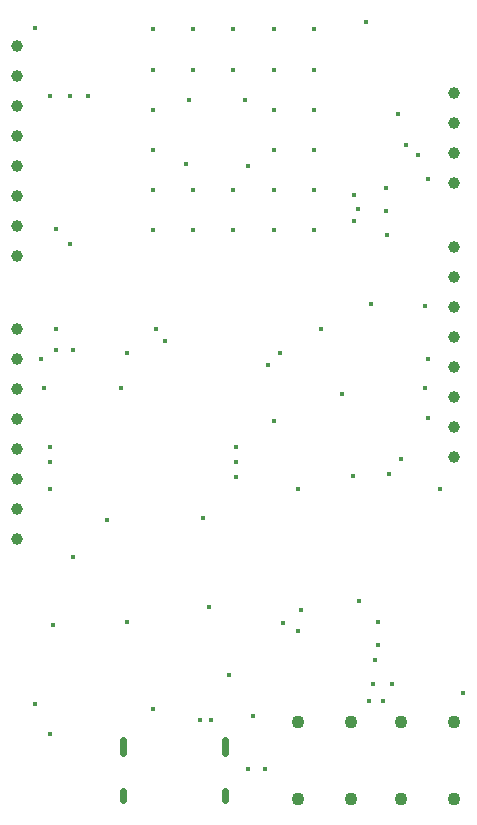
<source format=gbr>
%TF.GenerationSoftware,KiCad,Pcbnew,8.0.1-1.fc39*%
%TF.CreationDate,2024-05-03T11:27:34+02:00*%
%TF.ProjectId,esp32-board,65737033-322d-4626-9f61-72642e6b6963,rev?*%
%TF.SameCoordinates,Original*%
%TF.FileFunction,Plated,1,2,PTH,Mixed*%
%TF.FilePolarity,Positive*%
%FSLAX46Y46*%
G04 Gerber Fmt 4.6, Leading zero omitted, Abs format (unit mm)*
G04 Created by KiCad (PCBNEW 8.0.1-1.fc39) date 2024-05-03 11:27:34*
%MOMM*%
%LPD*%
G01*
G04 APERTURE LIST*
%TA.AperFunction,ViaDrill*%
%ADD10C,0.400000*%
%TD*%
G04 aperture for slot hole*
%TA.AperFunction,ComponentDrill*%
%ADD11C,0.600000*%
%TD*%
%TA.AperFunction,ComponentDrill*%
%ADD12C,1.000000*%
%TD*%
%TA.AperFunction,ComponentDrill*%
%ADD13C,1.100000*%
%TD*%
G04 APERTURE END LIST*
D10*
X125000000Y-21500000D03*
X125000000Y-78750000D03*
X125500000Y-49500000D03*
X125750000Y-52000000D03*
X126250000Y-27250000D03*
X126250000Y-57000000D03*
X126250000Y-58250000D03*
X126250000Y-60500000D03*
X126250000Y-81250000D03*
X126500000Y-72000000D03*
X126750000Y-38500000D03*
X126750000Y-47000000D03*
X126750000Y-48750000D03*
X128000000Y-27250000D03*
X128000000Y-39750000D03*
X128250000Y-48750000D03*
X128250000Y-66250000D03*
X129500000Y-27250000D03*
X131100000Y-63100000D03*
X132250000Y-52000000D03*
X132750000Y-49000000D03*
X132750000Y-71750000D03*
X135000000Y-21600000D03*
X135000000Y-25000000D03*
X135000000Y-28400000D03*
X135000000Y-31800000D03*
X135000000Y-35200000D03*
X135000000Y-38600000D03*
X135000000Y-79100000D03*
X135250000Y-47000000D03*
X136000000Y-48000000D03*
X137800000Y-33000000D03*
X138000000Y-27600000D03*
X138400000Y-21600000D03*
X138400000Y-25000000D03*
X138400000Y-35200000D03*
X138400000Y-38600000D03*
X139000000Y-80100000D03*
X139250000Y-63000000D03*
X139736092Y-70513908D03*
X139900000Y-80100000D03*
X141400000Y-76300000D03*
X141800000Y-21600000D03*
X141800000Y-25000000D03*
X141800000Y-35200000D03*
X141800000Y-38600000D03*
X142000000Y-57000000D03*
X142000000Y-58250000D03*
X142000000Y-59500000D03*
X142800000Y-27600000D03*
X143000000Y-33200000D03*
X143000000Y-84250000D03*
X143500000Y-79750000D03*
X144500000Y-84250000D03*
X144750000Y-50000000D03*
X145200000Y-21600000D03*
X145200000Y-25000000D03*
X145200000Y-28400000D03*
X145200000Y-31800000D03*
X145200000Y-35200000D03*
X145200000Y-38600000D03*
X145250000Y-54750000D03*
X145750000Y-49000000D03*
X146000000Y-71873500D03*
X147250000Y-60500000D03*
X147250000Y-72500000D03*
X147500000Y-70750000D03*
X148600000Y-21600000D03*
X148600000Y-25000000D03*
X148600000Y-28400000D03*
X148600000Y-31800000D03*
X148600000Y-35200000D03*
X148600000Y-38600000D03*
X149250000Y-47000000D03*
X151000000Y-52500000D03*
X151900000Y-59400000D03*
X152000000Y-35600000D03*
X152000000Y-37800000D03*
X152373500Y-36800000D03*
X152400000Y-70000000D03*
X153000000Y-21000000D03*
X153250000Y-78500000D03*
X153456000Y-44856000D03*
X153600000Y-77000000D03*
X153750000Y-75000000D03*
X154000000Y-71750000D03*
X154000000Y-73750000D03*
X154500000Y-78500000D03*
X154703500Y-35000000D03*
X154703500Y-37000000D03*
X154800000Y-39000000D03*
X155000000Y-59250000D03*
X155250000Y-77000000D03*
X155750000Y-28750000D03*
X156000000Y-58000000D03*
X156400000Y-31400000D03*
X157400000Y-32200000D03*
X158000000Y-45000000D03*
X158000000Y-52000000D03*
X158250000Y-34250000D03*
X158250000Y-49500000D03*
X158250000Y-54500000D03*
X159250000Y-60500000D03*
X161250000Y-77750000D03*
D11*
%TO.C,J3*%
X132480000Y-82845000D02*
X132480000Y-81745000D01*
X132480000Y-86875000D02*
X132480000Y-86075000D01*
X141120000Y-82845000D02*
X141120000Y-81745000D01*
X141120000Y-86875000D02*
X141120000Y-86075000D01*
D12*
%TO.C,DP1*%
X123500000Y-23000000D03*
X123500000Y-25540000D03*
X123500000Y-28080000D03*
X123500000Y-30620000D03*
X123500000Y-33160000D03*
X123500000Y-35700000D03*
X123500000Y-38240000D03*
X123500000Y-40780000D03*
%TO.C,J5*%
X123500000Y-47000000D03*
X123500000Y-49540000D03*
X123500000Y-52080000D03*
X123500000Y-54620000D03*
X123500000Y-57160000D03*
X123500000Y-59700000D03*
X123500000Y-62240000D03*
X123500000Y-64780000D03*
%TO.C,J2*%
X160500000Y-27000000D03*
X160500000Y-29540000D03*
X160500000Y-32080000D03*
X160500000Y-34620000D03*
%TO.C,J1*%
X160500000Y-40000000D03*
X160500000Y-42540000D03*
X160500000Y-45080000D03*
X160500000Y-47620000D03*
X160500000Y-50160000D03*
X160500000Y-52700000D03*
X160500000Y-55240000D03*
X160500000Y-57780000D03*
D13*
%TO.C,SW1*%
X147250000Y-80250000D03*
X147250000Y-86750000D03*
X151750000Y-80250000D03*
X151750000Y-86750000D03*
%TO.C,SW2*%
X156000000Y-80250000D03*
X156000000Y-86750000D03*
X160500000Y-80250000D03*
X160500000Y-86750000D03*
M02*

</source>
